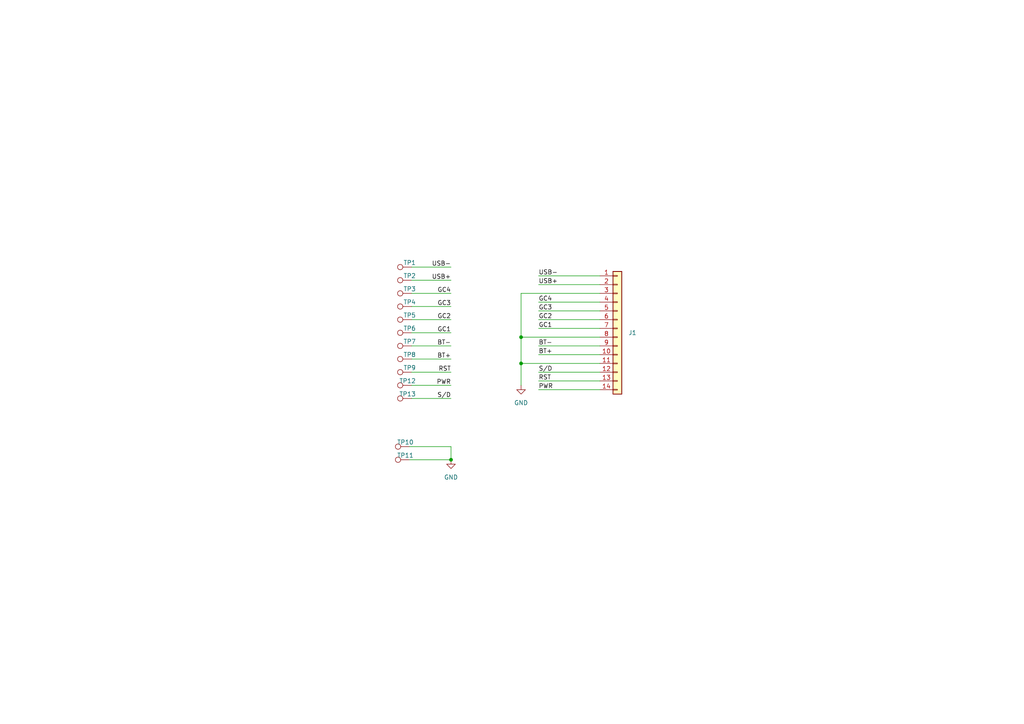
<source format=kicad_sch>
(kicad_sch (version 20231120) (generator "eeschema") (generator_version "8.0")
  (paper "A4")
  (lib_symbols
    (symbol "Connector:TestPoint" (pin_numbers hide) (pin_names (offset 0.762) hide)
      (property "Reference" "TP" (at 0 6.858 0))
      (property "Value" "TestPoint" (at 0 5.08 0))
      (symbol "TestPoint_0_1"
        (circle (center 0 3.302) (radius 0.762))
      )
      (symbol "TestPoint_1_1"
        (pin passive line (at 0 0 90) (length 2.54) (name "1") (number "1"))
      )
    )
    (symbol "Connector_Generic:Conn_01x14" (pin_names (offset 1.016) hide)
      (property "Reference" "J" (at 0 17.78 0))
      (property "Value" "Conn_01x14" (at 0 -20.32 0))
      (symbol "Conn_01x14_1_1"
        (rectangle (start -1.27 -17.653) (end 0 -17.907) (stroke (width 0.1524)))
        (rectangle (start -1.27 -15.113) (end 0 -15.367) (stroke (width 0.1524)))
        (rectangle (start -1.27 -12.573) (end 0 -12.827) (stroke (width 0.1524)))
        (rectangle (start -1.27 -10.033) (end 0 -10.287) (stroke (width 0.1524)))
        (rectangle (start -1.27 -7.493) (end 0 -7.747) (stroke (width 0.1524)))
        (rectangle (start -1.27 -4.953) (end 0 -5.207) (stroke (width 0.1524)))
        (rectangle (start -1.27 -2.413) (end 0 -2.667) (stroke (width 0.1524)))
        (rectangle (start -1.27 0.127) (end 0 -0.127) (stroke (width 0.1524)))
        (rectangle (start -1.27 2.667) (end 0 2.413) (stroke (width 0.1524)))
        (rectangle (start -1.27 5.207) (end 0 4.953) (stroke (width 0.1524)))
        (rectangle (start -1.27 7.747) (end 0 7.493) (stroke (width 0.1524)))
        (rectangle (start -1.27 10.287) (end 0 10.033) (stroke (width 0.1524)))
        (rectangle (start -1.27 12.827) (end 0 12.573) (stroke (width 0.1524)))
        (rectangle (start -1.27 15.367) (end 0 15.113) (stroke (width 0.1524)))
        (rectangle (start -1.27 16.51) (end 1.27 -19.05) (stroke (width 0.254)) (fill (type background)))
        (pin passive line (at -5.08 15.24 0) (length 3.81) (name "Pin_1") (number "1"))
        (pin passive line (at -5.08 -7.62 0) (length 3.81) (name "Pin_10") (number "10"))
        (pin passive line (at -5.08 -10.16 0) (length 3.81) (name "Pin_11") (number "11"))
        (pin passive line (at -5.08 -12.7 0) (length 3.81) (name "Pin_12") (number "12"))
        (pin passive line (at -5.08 -15.24 0) (length 3.81) (name "Pin_13") (number "13"))
        (pin passive line (at -5.08 -17.78 0) (length 3.81) (name "Pin_14") (number "14"))
        (pin passive line (at -5.08 12.7 0) (length 3.81) (name "Pin_2") (number "2"))
        (pin passive line (at -5.08 10.16 0) (length 3.81) (name "Pin_3") (number "3"))
        (pin passive line (at -5.08 7.62 0) (length 3.81) (name "Pin_4") (number "4"))
        (pin passive line (at -5.08 5.08 0) (length 3.81) (name "Pin_5") (number "5"))
        (pin passive line (at -5.08 2.54 0) (length 3.81) (name "Pin_6") (number "6"))
        (pin passive line (at -5.08 0 0) (length 3.81) (name "Pin_7") (number "7"))
        (pin passive line (at -5.08 -2.54 0) (length 3.81) (name "Pin_8") (number "8"))
        (pin passive line (at -5.08 -5.08 0) (length 3.81) (name "Pin_9") (number "9"))
      )
    )
    (symbol "power:GND" (power) (pin_names (offset 0))
      (property "Value" "GND" (at 0 -3.81 0))
      (symbol "GND_0_1"
        (polyline (pts (xy 0 0) (xy 0 -1.27) (xy 1.27 -1.27) (xy 0 -2.54) (xy -1.27 -1.27) (xy 0 -1.27)))
      )
      (symbol "GND_1_1"
        (pin power_in line (at 0 0 270) (length 0) hide (name "GND") (number "1"))
      )
    )
  )
  (junction (at 151.13 97.79))
  (junction (at 130.81 133.35))
  (junction (at 151.13 105.41))
  (wire (pts (xy 118.745 129.54) (xy 130.81 129.54)))
  (wire (pts (xy 119.38 107.95) (xy 130.81 107.95)))
  (wire (pts (xy 156.21 95.25) (xy 173.99 95.25)))
  (wire (pts (xy 156.21 107.95) (xy 173.99 107.95)))
  (wire (pts (xy 119.38 115.57) (xy 130.81 115.57)))
  (wire (pts (xy 119.38 77.47) (xy 130.81 77.47)))
  (wire (pts (xy 156.21 110.49) (xy 173.99 110.49)))
  (wire (pts (xy 119.38 96.52) (xy 130.81 96.52)))
  (wire (pts (xy 119.38 85.09) (xy 130.81 85.09)))
  (wire (pts (xy 151.13 97.79) (xy 173.99 97.79)))
  (wire (pts (xy 173.99 87.63) (xy 156.21 87.63)))
  (wire (pts (xy 119.38 100.33) (xy 130.81 100.33)))
  (wire (pts (xy 156.21 92.71) (xy 173.99 92.71)))
  (wire (pts (xy 156.21 102.87) (xy 173.99 102.87)))
  (wire (pts (xy 119.38 88.9) (xy 130.81 88.9)))
  (wire (pts (xy 151.13 105.41) (xy 173.99 105.41)))
  (wire (pts (xy 119.38 104.14) (xy 130.81 104.14)))
  (wire (pts (xy 151.13 85.09) (xy 173.99 85.09)))
  (wire (pts (xy 151.13 97.79) (xy 151.13 105.41)))
  (wire (pts (xy 119.38 111.76) (xy 130.81 111.76)))
  (wire (pts (xy 151.13 85.09) (xy 151.13 97.79)))
  (wire (pts (xy 151.13 105.41) (xy 151.13 111.76)))
  (wire (pts (xy 119.38 81.28) (xy 130.81 81.28)))
  (wire (pts (xy 156.21 82.55) (xy 173.99 82.55)))
  (wire (pts (xy 118.745 133.35) (xy 130.81 133.35)))
  (wire (pts (xy 119.38 92.71) (xy 130.81 92.71)))
  (wire (pts (xy 156.21 80.01) (xy 173.99 80.01)))
  (wire (pts (xy 156.21 100.33) (xy 173.99 100.33)))
  (wire (pts (xy 130.81 129.54) (xy 130.81 133.35)))
  (wire (pts (xy 156.21 113.03) (xy 173.99 113.03)))
  (wire (pts (xy 156.21 90.17) (xy 173.99 90.17)))
  (label "GC4" (at 156.21 87.63 0))
  (label "GC4" (at 130.81 85.09 180))
  (label "GC1" (at 156.21 95.25 0))
  (label "S{slash}D" (at 156.21 107.95 0))
  (label "GC2" (at 130.81 92.71 180))
  (label "USB-" (at 130.81 77.47 180))
  (label "GC3" (at 130.81 88.9 180))
  (label "USB-" (at 156.21 80.01 0))
  (label "S{slash}D" (at 130.81 115.57 180))
  (label "RST" (at 130.81 107.95 180))
  (label "RST" (at 156.21 110.49 0))
  (label "BT+" (at 130.81 104.14 180))
  (label "USB+" (at 130.81 81.28 180))
  (label "GC1" (at 130.81 96.52 180))
  (label "PWR" (at 156.21 113.03 0))
  (label "USB+" (at 156.21 82.55 0))
  (label "GC3" (at 156.21 90.17 0))
  (label "BT-" (at 130.81 100.33 180))
  (label "PWR" (at 130.81 111.76 180))
  (label "GC2" (at 156.21 92.71 0))
  (label "BT+" (at 156.21 102.87 0))
  (label "BT-" (at 156.21 100.33 0))
  (symbol (lib_id "Connector:TestPoint") (at 119.38 81.28 90) (unit 1)
    (property "Reference" "TP2" (at 120.65 80.01 90) (effects (justify left)))
    (property "Value" "TestPoint" (effects (hide yes)))
    (property "Footprint" "project-footprints:ViaPad_0.3_0.5" (effects (hide yes)))
  )
  (symbol (lib_id "Connector:TestPoint") (at 118.745 133.35 90) (unit 1)
    (property "Reference" "TP11" (at 120.015 132.08 90) (effects (justify left)))
    (property "Value" "TestPoint" (effects (hide yes)))
    (property "Footprint" "project-footprints:ViaPad_0.3_0.5" (effects (hide yes)))
  )
  (symbol (lib_id "Connector:TestPoint") (at 119.38 111.76 90) (unit 1)
    (property "Reference" "TP12" (at 120.65 110.49 90) (effects (justify left)))
    (property "Value" "TestPoint" (effects (hide yes)))
    (property "Footprint" "project-footprints:ViaPad_0.3_0.5" (effects (hide yes)))
  )
  (symbol (lib_id "Connector:TestPoint") (at 119.38 100.33 90) (unit 1)
    (property "Reference" "TP7" (at 120.65 99.06 90) (effects (justify left)))
    (property "Value" "TestPoint" (effects (hide yes)))
    (property "Footprint" "project-footprints:ViaPad_0.3_0.5" (effects (hide yes)))
  )
  (symbol (lib_id "Connector:TestPoint") (at 119.38 77.47 90) (unit 1)
    (property "Reference" "TP1" (at 120.65 76.2 90) (effects (justify left)))
    (property "Value" "TestPoint" (effects (hide yes)))
    (property "Footprint" "project-footprints:ViaPad_0.3_0.5" (effects (hide yes)))
  )
  (symbol (lib_id "power:GND") (at 151.13 111.76 0) (unit 1)
    (property "Reference" "#PWR01" (effects (hide yes)))
    (property "Value" "GND" (at 151.13 116.84 0))
  )
  (symbol (lib_id "Connector:TestPoint") (at 119.38 96.52 90) (unit 1)
    (property "Reference" "TP6" (at 120.65 95.25 90) (effects (justify left)))
    (property "Value" "TestPoint" (effects (hide yes)))
    (property "Footprint" "project-footprints:ViaPad_0.3_0.5" (effects (hide yes)))
  )
  (symbol (lib_id "Connector:TestPoint") (at 119.38 88.9 90) (unit 1)
    (property "Reference" "TP4" (at 120.65 87.63 90) (effects (justify left)))
    (property "Value" "TestPoint" (effects (hide yes)))
    (property "Footprint" "project-footprints:ViaPad_0.3_0.5" (effects (hide yes)))
  )
  (symbol (lib_id "power:GND") (at 130.81 133.35 0) (unit 1)
    (property "Reference" "#PWR02" (effects (hide yes)))
    (property "Value" "GND" (at 130.81 138.43 0))
  )
  (symbol (lib_id "Connector:TestPoint") (at 118.745 129.54 90) (unit 1)
    (property "Reference" "TP10" (at 120.015 128.27 90) (effects (justify left)))
    (property "Value" "TestPoint" (effects (hide yes)))
    (property "Footprint" "project-footprints:ViaPad_0.3_0.5" (effects (hide yes)))
  )
  (symbol (lib_id "Connector_Generic:Conn_01x14") (at 179.07 95.25 0) (unit 1)
    (property "Reference" "J1" (at 182.245 96.5199 0) (effects (justify left)))
    (property "Footprint" "project-footprints:5034801400" (effects (hide yes)))
    (property "Description" "Generic connector, single row, 01x14, script generated (kicad-library-utils/schlib/autogen/connector/)" (effects (hide yes)))
  )
  (symbol (lib_id "Connector:TestPoint") (at 119.38 85.09 90) (unit 1)
    (property "Reference" "TP3" (at 120.65 83.82 90) (effects (justify left)))
    (property "Value" "TestPoint" (effects (hide yes)))
    (property "Footprint" "project-footprints:ViaPad_0.3_0.5" (effects (hide yes)))
  )
  (symbol (lib_id "Connector:TestPoint") (at 119.38 104.14 90) (unit 1)
    (property "Reference" "TP8" (at 120.65 102.87 90) (effects (justify left)))
    (property "Value" "TestPoint" (effects (hide yes)))
    (property "Footprint" "project-footprints:ViaPad_0.3_0.5" (effects (hide yes)))
  )
  (symbol (lib_id "Connector:TestPoint") (at 119.38 92.71 90) (unit 1)
    (property "Reference" "TP5" (at 120.65 91.44 90) (effects (justify left)))
    (property "Value" "TestPoint" (effects (hide yes)))
    (property "Footprint" "project-footprints:ViaPad_0.3_0.5" (effects (hide yes)))
  )
  (symbol (lib_id "Connector:TestPoint") (at 119.38 107.95 90) (unit 1)
    (property "Reference" "TP9" (at 120.65 106.68 90) (effects (justify left)))
    (property "Value" "TestPoint" (effects (hide yes)))
    (property "Footprint" "project-footprints:TestPoint_Pad_1.0x1.0mm" (effects (hide yes)))
  )
  (symbol (lib_id "Connector:TestPoint") (at 119.38 115.57 90) (unit 1)
    (property "Reference" "TP13" (at 120.65 114.3 90) (effects (justify left)))
    (property "Value" "TestPoint" (effects (hide yes)))
    (property "Footprint" "project-footprints:TestPoint_Pad_1.0x1.0mm" (effects (hide yes)))
  )
)
</source>
